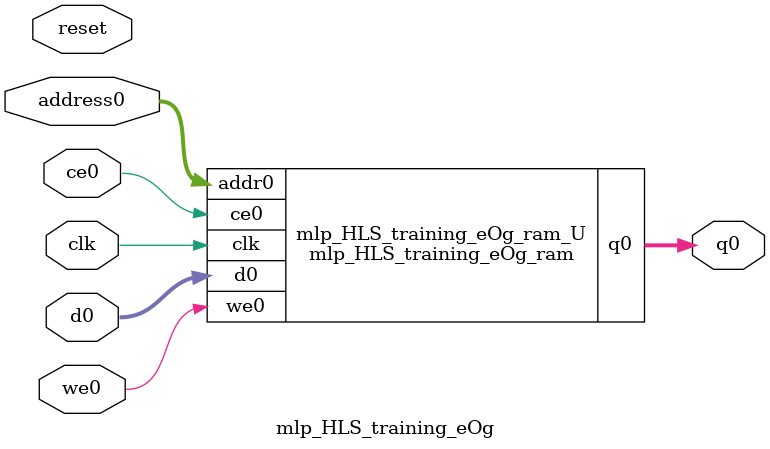
<source format=v>
`timescale 1 ns / 1 ps
module mlp_HLS_training_eOg_ram (addr0, ce0, d0, we0, q0,  clk);

parameter DWIDTH = 32;
parameter AWIDTH = 6;
parameter MEM_SIZE = 54;

input[AWIDTH-1:0] addr0;
input ce0;
input[DWIDTH-1:0] d0;
input we0;
output reg[DWIDTH-1:0] q0;
input clk;

(* ram_style = "block" *)reg [DWIDTH-1:0] ram[0:MEM_SIZE-1];




always @(posedge clk)  
begin 
    if (ce0) begin
        if (we0) 
            ram[addr0] <= d0; 
        q0 <= ram[addr0];
    end
end


endmodule

`timescale 1 ns / 1 ps
module mlp_HLS_training_eOg(
    reset,
    clk,
    address0,
    ce0,
    we0,
    d0,
    q0);

parameter DataWidth = 32'd32;
parameter AddressRange = 32'd54;
parameter AddressWidth = 32'd6;
input reset;
input clk;
input[AddressWidth - 1:0] address0;
input ce0;
input we0;
input[DataWidth - 1:0] d0;
output[DataWidth - 1:0] q0;



mlp_HLS_training_eOg_ram mlp_HLS_training_eOg_ram_U(
    .clk( clk ),
    .addr0( address0 ),
    .ce0( ce0 ),
    .we0( we0 ),
    .d0( d0 ),
    .q0( q0 ));

endmodule


</source>
